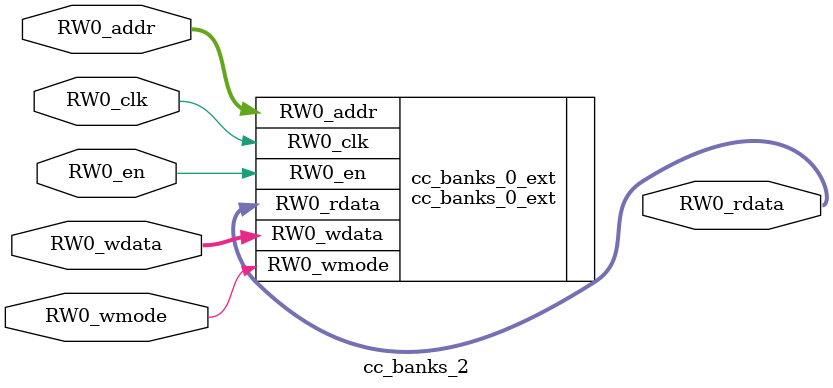
<source format=sv>
module cc_banks_2(	// @[generators/rocket-chip/src/main/scala/util/DescribedSRAM.scala:17:26]
  input  [12:0] RW0_addr,
  input         RW0_en,
  input         RW0_clk,
  input         RW0_wmode,
  input  [63:0] RW0_wdata,
  output [63:0] RW0_rdata
);

  cc_banks_0_ext cc_banks_0_ext (	// @[generators/rocket-chip/src/main/scala/util/DescribedSRAM.scala:17:26]
    .RW0_addr  (RW0_addr),
    .RW0_en    (RW0_en),
    .RW0_clk   (RW0_clk),
    .RW0_wmode (RW0_wmode),
    .RW0_wdata (RW0_wdata),
    .RW0_rdata (RW0_rdata)
  );	// @[generators/rocket-chip/src/main/scala/util/DescribedSRAM.scala:17:26]
endmodule


</source>
